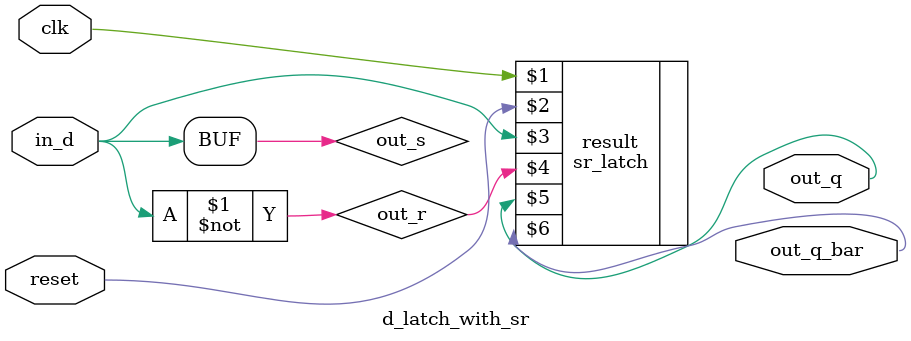
<source format=sv>
module d_latch_with_sr
(
    input logic clk, reset, 
    input logic in_d,
    output logic out_q, out_q_bar
);

// internal signals for d_latch design.
logic out_s, out_r;

// assignments for d_latch.
assign out_s = in_d;
assign out_r = ~in_d;

// with rs_latch entitiy !! found the result
// Pay attention to the order of input parameters.
sr_latch result(clk, reset, out_s, out_r, out_q, out_q_bar);

endmodule
</source>
